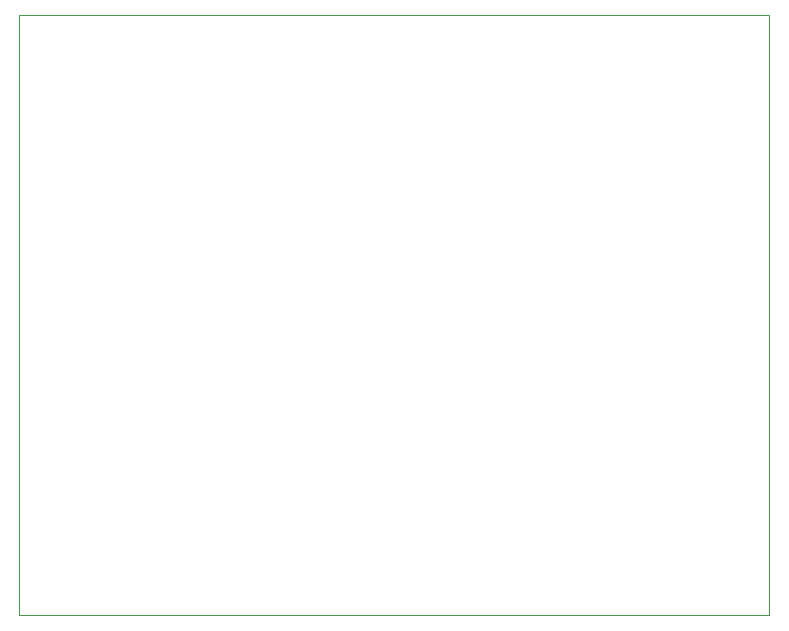
<source format=gbr>
%TF.GenerationSoftware,KiCad,Pcbnew,7.0.7*%
%TF.CreationDate,2023-12-05T07:46:16-07:00*%
%TF.ProjectId,kicad,6b696361-642e-46b6-9963-61645f706362,rev?*%
%TF.SameCoordinates,Original*%
%TF.FileFunction,Profile,NP*%
%FSLAX46Y46*%
G04 Gerber Fmt 4.6, Leading zero omitted, Abs format (unit mm)*
G04 Created by KiCad (PCBNEW 7.0.7) date 2023-12-05 07:46:16*
%MOMM*%
%LPD*%
G01*
G04 APERTURE LIST*
%TA.AperFunction,Profile*%
%ADD10C,0.100000*%
%TD*%
G04 APERTURE END LIST*
D10*
X106680000Y-76200000D02*
X170180000Y-76200000D01*
X170180000Y-127000000D01*
X106680000Y-127000000D01*
X106680000Y-76200000D01*
M02*

</source>
